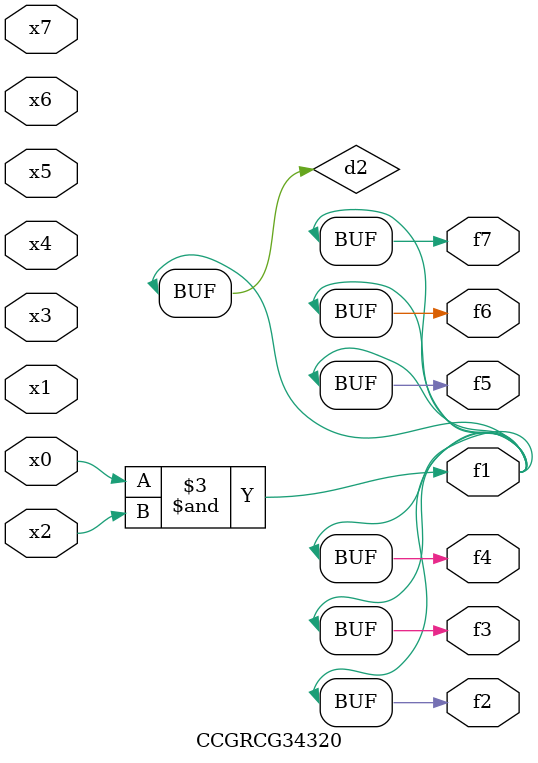
<source format=v>
module CCGRCG34320(
	input x0, x1, x2, x3, x4, x5, x6, x7,
	output f1, f2, f3, f4, f5, f6, f7
);

	wire d1, d2;

	nor (d1, x3, x6);
	and (d2, x0, x2);
	assign f1 = d2;
	assign f2 = d2;
	assign f3 = d2;
	assign f4 = d2;
	assign f5 = d2;
	assign f6 = d2;
	assign f7 = d2;
endmodule

</source>
